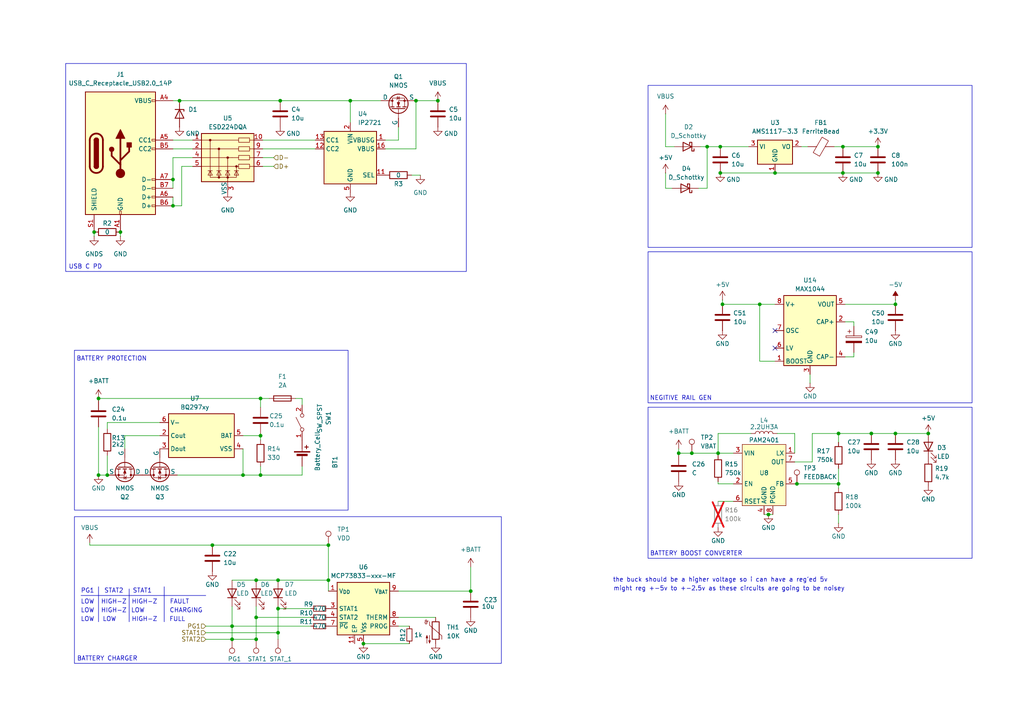
<source format=kicad_sch>
(kicad_sch (version 20231120) (generator "eeschema") (generator_version "8.0")
  (paper "A4")
  (lib_symbols
    (symbol "Battery_Management:BQ297xy"
      (property "Reference" "U1" (at 0 9.525 0))
      (property "Value" "BQ297xy" (at 0 6.985 0))
      (symbol "BQ297xy_1_1"
        (pin no_connect line (at 7.62 0 180) (length 2.54) hide (name "NC") (number "1"))
        (pin output line (at -10.16 -1.27 0) (length 2.54) (name "Cout") (number "2"))
        (pin output line (at -10.16 -5.08 0) (length 2.54) (name "Dout") (number "3"))
        (pin power_in line (at 13.97 -5.08 180) (length 2.54) (name "VSS") (number "4"))
        (pin input line (at 13.97 -1.27 180) (length 2.54) (name "BAT") (number "5"))
        (pin input line (at -10.16 2.54 0) (length 2.54) (name "V-") (number "6"))
      )
    )
    (symbol "Battery_Management:MCP73833-xxx-MF"
      (property "Reference" "U" (at -6.35 8.89 0))
      (property "Value" "MCP73833-xxx-MF" (at 10.16 8.89 0))
      (symbol "MCP73833-xxx-MF_1_1"
        (pin power_in line (at -10.16 5.08 0) (length 2.54) (name "V_{DD}") (number "1"))
        (pin passive line (at 10.16 5.08 180) (length 2.54) hide (name "V_{BAT}") (number "10"))
        (pin power_in line (at -2.54 -10.16 90) (length 2.54) (name "EP") (number "11"))
        (pin passive line (at -10.16 5.08 0) (length 2.54) hide (name "V_{DD}") (number "2"))
        (pin open_collector line (at -10.16 0 0) (length 2.54) (name "STAT1") (number "3"))
        (pin open_collector line (at -10.16 -2.54 0) (length 2.54) (name "STAT2") (number "4"))
        (pin power_in line (at 0 -10.16 90) (length 2.54) (name "V_{SS}") (number "5"))
        (pin input line (at 10.16 -5.08 180) (length 2.54) (name "PROG") (number "6"))
        (pin open_collector line (at -10.16 -5.08 0) (length 2.54) (name "~{PG}") (number "7"))
        (pin passive line (at 10.16 -2.54 180) (length 2.54) (name "THERM") (number "8"))
        (pin power_out line (at 10.16 5.08 180) (length 2.54) (name "V_{BAT}") (number "9"))
      )
    )
    (symbol "Connector:TestPoint" (pin_numbers hide) (pin_names (offset 0.762) hide)
      (property "Reference" "TP" (at 0 6.858 0))
      (property "Value" "TestPoint" (at 0 5.08 0))
      (symbol "TestPoint_1_1"
        (pin passive line (at 0 0 90) (length 2.54) (name "1") (number "1"))
      )
    )
    (symbol "Connector:USB_C_Receptacle_USB2.0_14P" (pin_names (offset 1.016))
      (property "Reference" "J1" (at 0 22.86 0))
      (property "Value" "USB_C_Receptacle_USB2.0_14P" (at 0 20.32 0))
      (symbol "USB_C_Receptacle_USB2.0_14P_1_1"
        (pin passive line (at 0 -22.86 90) (length 5.08) (name "GND") (number "A1"))
        (pin passive line (at 0 -22.86 90) (length 5.08) hide (name "GND") (number "A12"))
        (pin passive line (at 15.24 15.24 180) (length 5.08) (name "VBUS") (number "A4"))
        (pin bidirectional line (at 15.24 3.81 180) (length 5.08) (name "CC1") (number "A5"))
        (pin bidirectional line (at 15.24 -12.7 180) (length 5.08) (name "D+") (number "A6"))
        (pin bidirectional line (at 15.24 -7.62 180) (length 5.08) (name "D-") (number "A7"))
        (pin passive line (at 15.24 15.24 180) (length 5.08) hide (name "VBUS") (number "A9"))
        (pin passive line (at 0 -22.86 90) (length 5.08) hide (name "GND") (number "B1"))
        (pin passive line (at 0 -22.86 90) (length 5.08) hide (name "GND") (number "B12"))
        (pin passive line (at 15.24 15.24 180) (length 5.08) hide (name "VBUS") (number "B4"))
        (pin bidirectional line (at 15.24 1.27 180) (length 5.08) (name "CC2") (number "B5"))
        (pin bidirectional line (at 15.24 -15.24 180) (length 5.08) (name "D+") (number "B6"))
        (pin bidirectional line (at 15.24 -10.16 180) (length 5.08) (name "D-") (number "B7"))
        (pin passive line (at 15.24 15.24 180) (length 5.08) hide (name "VBUS") (number "B9"))
        (pin passive line (at -7.62 -22.86 90) (length 5.08) (name "SHIELD") (number "S1"))
      )
    )
    (symbol "Device:Battery_Cell" (pin_numbers hide) (pin_names (offset 0) hide)
      (property "Reference" "BT" (at 2.54 2.54 0))
      (property "Value" "Battery_Cell" (at 2.54 0 0))
      (symbol "Battery_Cell_1_1"
        (pin passive line (at 0 5.08 270) (length 2.54) (name "+") (number "1"))
        (pin passive line (at 0 -2.54 90) (length 2.54) (name "-") (number "2"))
      )
    )
    (symbol "Device:C" (pin_numbers hide) (pin_names (offset 0.254))
      (property "Reference" "C" (at 0.635 2.54 0))
      (property "Value" "C" (at 0.635 -2.54 0))
      (symbol "C_1_1"
        (pin passive line (at 0 3.81 270) (length 2.794) (name "~") (number "1"))
        (pin passive line (at 0 -3.81 90) (length 2.794) (name "~") (number "2"))
      )
    )
    (symbol "Device:C_Polarized" (pin_numbers hide) (pin_names (offset 0.254))
      (property "Reference" "C" (at 0.635 2.54 0))
      (property "Value" "C_Polarized" (at 0.635 -2.54 0))
      (symbol "C_Polarized_1_1"
        (pin passive line (at 0 3.81 270) (length 2.794) (name "~") (number "1"))
        (pin passive line (at 0 -3.81 90) (length 2.794) (name "~") (number "2"))
      )
    )
    (symbol "Device:D_Schottky" (pin_numbers hide) (pin_names (offset 1.016) hide)
      (property "Reference" "D" (at 0 2.54 0))
      (property "Value" "D_Schottky" (at 0 -2.54 0))
      (symbol "D_Schottky_1_1"
        (pin passive line (at -3.81 0 0) (length 2.54) (name "K") (number "1"))
        (pin passive line (at 3.81 0 180) (length 2.54) (name "A") (number "2"))
      )
    )
    (symbol "Device:FerriteBead" (pin_numbers hide) (pin_names (offset 0))
      (property "Reference" "FB" (at -3.81 0.635 90))
      (property "Value" "FerriteBead" (at 3.81 0 90))
      (symbol "FerriteBead_1_1"
        (pin passive line (at 0 3.81 270) (length 2.54) (name "~") (number "1"))
        (pin passive line (at 0 -3.81 90) (length 2.54) (name "~") (number "2"))
      )
    )
    (symbol "Device:Fuse" (pin_numbers hide) (pin_names (offset 0))
      (property "Reference" "F" (at 2.032 0 90))
      (property "Value" "Fuse" (at -1.905 0 90))
      (symbol "Fuse_1_1"
        (pin passive line (at 0 3.81 270) (length 1.27) (name "~") (number "1"))
        (pin passive line (at 0 -3.81 90) (length 1.27) (name "~") (number "2"))
      )
    )
    (symbol "Device:L" (pin_numbers hide) (pin_names (offset 1.016) hide)
      (property "Reference" "L" (at -1.27 0 90))
      (property "Value" "L" (at 1.905 0 90))
      (symbol "L_1_1"
        (pin passive line (at 0 3.81 270) (length 1.27) (name "1") (number "1"))
        (pin passive line (at 0 -3.81 90) (length 1.27) (name "2") (number "2"))
      )
    )
    (symbol "Device:LED" (pin_numbers hide) (pin_names (offset 1.016) hide)
      (property "Reference" "D" (at 0 2.54 0))
      (property "Value" "LED" (at 0 -2.54 0))
      (symbol "LED_1_1"
        (pin passive line (at -3.81 0 0) (length 2.54) (name "K") (number "1"))
        (pin passive line (at 3.81 0 180) (length 2.54) (name "A") (number "2"))
      )
    )
    (symbol "Device:R" (pin_numbers hide) (pin_names (offset 0))
      (property "Reference" "R" (at 2.032 0 90))
      (property "Value" "R" (at 0 0 90))
      (symbol "R_1_1"
        (pin passive line (at 0 3.81 270) (length 1.27) (name "~") (number "1"))
        (pin passive line (at 0 -3.81 90) (length 1.27) (name "~") (number "2"))
      )
    )
    (symbol "Device:R_Small" (pin_numbers hide) (pin_names (offset 0.254) hide)
      (property "Reference" "R" (at 0.762 0.508 0))
      (property "Value" "R_Small" (at 0.762 -1.016 0))
      (symbol "R_Small_1_1"
        (pin passive line (at 0 2.54 270) (length 0.762) (name "~") (number "1"))
        (pin passive line (at 0 -2.54 90) (length 0.762) (name "~") (number "2"))
      )
    )
    (symbol "Device:Thermistor_NTC" (pin_numbers hide) (pin_names (offset 0))
      (property "Reference" "TH" (at -4.445 0 90))
      (property "Value" "Thermistor_NTC" (at 3.175 0 90))
      (symbol "Thermistor_NTC_1_1"
        (pin passive line (at 0 3.81 270) (length 1.27) (name "~") (number "1"))
        (pin passive line (at 0 -3.81 90) (length 1.27) (name "~") (number "2"))
      )
    )
    (symbol "Diode:PTVS5V0Z1USK" (pin_numbers hide) (pin_names hide)
      (property "Reference" "D" (at 0 2.54 0))
      (property "Value" "PTVS5V0Z1USK" (at 0 -2.54 0))
      (symbol "PTVS5V0Z1USK_1_1"
        (pin passive line (at -3.81 0 0) (length 2.54) (name "K") (number "1"))
        (pin passive line (at 3.81 0 180) (length 2.54) (name "A") (number "2"))
      )
    )
    (symbol "Interface_USB:IP2721"
      (property "Reference" "U" (at 5.08 -10.16 0))
      (property "Value" "IP2721" (at 7.62 -12.7 0))
      (symbol "IP2721_1_1"
        (pin output line (at 10.16 5.08 180) (length 2.54) (name "VBUSG") (number "1"))
        (pin no_connect line (at -2.54 -7.62 90) (length 2.54) hide (name "NC") (number "10"))
        (pin input line (at 10.16 -5.08 180) (length 2.54) (name "SEL") (number "11"))
        (pin bidirectional line (at -10.16 2.54 0) (length 2.54) (name "CC2") (number "12"))
        (pin bidirectional line (at -10.16 5.08 0) (length 2.54) (name "CC1") (number "13"))
        (pin no_connect line (at 2.54 -7.62 90) (length 2.54) hide (name "NC") (number "14"))
        (pin no_connect line (at 5.08 -7.62 90) (length 2.54) hide (name "NC") (number "15"))
        (pin input line (at 10.16 2.54 180) (length 2.54) (name "VBUS") (number "16"))
        (pin power_in line (at 0 10.16 270) (length 2.54) (name "VIN") (number "2"))
        (pin no_connect line (at -5.08 7.62 270) (length 2.54) hide (name "NC") (number "3"))
        (pin no_connect line (at -7.62 -2.54 0) (length 2.54) hide (name "NC") (number "4"))
        (pin power_in line (at 0 -10.16 90) (length 2.54) (name "GND") (number "5"))
        (pin no_connect line (at -2.54 7.62 270) (length 2.54) hide (name "NC") (number "6"))
        (pin no_connect line (at 2.54 7.62 270) (length 2.54) hide (name "NC") (number "7"))
        (pin no_connect line (at 5.08 7.62 270) (length 2.54) hide (name "NC") (number "8"))
        (pin no_connect line (at -5.08 -7.62 90) (length 2.54) hide (name "NC") (number "9"))
      )
    )
    (symbol "Power_Protection:ESD224DQA" (pin_names (offset 0))
      (property "Reference" "U" (at -0.635 8.255 0))
      (property "Value" "ESD224DQA" (at 8.89 -8.255 0))
      (symbol "ESD224DQA_1_1"
        (pin passive line (at -10.16 5.08 0) (length 2.54) (name "~") (number "1"))
        (pin passive line (at 10.16 5.08 180) (length 2.54) (name "~") (number "10"))
        (pin passive line (at -10.16 2.54 0) (length 2.54) (name "~") (number "2"))
        (pin power_in line (at 0 -10.16 90) (length 2.54) (name "VSS") (number "3"))
        (pin passive line (at -10.16 0 0) (length 2.54) (name "~") (number "4"))
        (pin passive line (at -10.16 -2.54 0) (length 2.54) (name "~") (number "5"))
        (pin passive line (at 10.16 -2.54 180) (length 2.54) (name "~") (number "6"))
        (pin passive line (at 10.16 0 180) (length 2.54) (name "~") (number "7"))
        (pin passive line (at 0 -10.16 90) (length 2.54) hide (name "VSS") (number "8"))
        (pin passive line (at 10.16 2.54 180) (length 2.54) (name "~") (number "9"))
      )
    )
    (symbol "Regulator_Linear:AMS1117-3.3"
      (property "Reference" "U" (at -3.81 3.175 0))
      (property "Value" "AMS1117-3.3" (at 0 3.175 0))
      (symbol "AMS1117-3.3_1_1"
        (pin power_in line (at 0 -7.62 90) (length 2.54) (name "GND") (number "1"))
        (pin power_out line (at 7.62 0 180) (length 2.54) (name "VO") (number "2"))
        (pin power_in line (at -7.62 0 0) (length 2.54) (name "VI") (number "3"))
      )
    )
    (symbol "Regulator_SwitchedCapacitor:MAX1044"
      (property "Reference" "U14" (at 0 14.605 0))
      (property "Value" "MAX1044" (at 0 12.065 0))
      (symbol "MAX1044_1_1"
        (pin input line (at -10.16 -8.89 0) (length 2.54) (name "BOOST") (number "1"))
        (pin input line (at 10.16 2.54 180) (length 2.54) (name "CAP+") (number "2"))
        (pin power_in line (at 0 -12.7 90) (length 2.54) (name "GND") (number "3"))
        (pin input line (at 10.16 -7.62 180) (length 2.54) (name "CAP-") (number "4"))
        (pin power_out line (at 10.16 7.62 180) (length 2.54) (name "VOUT") (number "5"))
        (pin input line (at -10.16 -5.08 0) (length 2.54) (name "LV") (number "6"))
        (pin input line (at -10.16 0 0) (length 2.54) (name "OSC") (number "7"))
        (pin power_in line (at -10.16 7.62 0) (length 2.54) (name "V+") (number "8"))
      )
    )
    (symbol "Simulation_SPICE:NMOS" (pin_numbers hide) (pin_names (offset 0))
      (property "Reference" "Q" (at 5.08 1.27 0))
      (property "Value" "NMOS" (at 5.08 -1.27 0))
      (symbol "NMOS_1_1"
        (pin passive line (at 2.54 5.08 270) (length 2.54) (name "D") (number "1"))
        (pin input line (at -5.08 0 0) (length 2.54) (name "G") (number "2"))
        (pin passive line (at 2.54 -5.08 90) (length 2.54) (name "S") (number "3"))
      )
    )
    (symbol "Switch:SW_SPST" (pin_names (offset 0) hide)
      (property "Reference" "SW" (at 0 3.175 0))
      (property "Value" "SW_SPST" (at 0 -2.54 0))
      (symbol "SW_SPST_1_1"
        (pin passive line (at -5.08 0 0) (length 2.54) (name "A") (number "1"))
        (pin passive line (at 5.08 0 180) (length 2.54) (name "B") (number "2"))
      )
    )
    (symbol "parts_not_in_kicad:PAM2401"
      (property "Reference" "U8" (at 0 0.635 0))
      (property "Value" "~" (at 0 10.795 0))
      (symbol "PAM2401_1_1"
        (pin input line (at 8.89 6.35 180) (length 2.54) (name "LX") (number "1"))
        (pin input line (at -8.89 -2.54 0) (length 2.54) (name "EN") (number "2"))
        (pin input line (at -8.89 6.35 0) (length 2.54) (name "VIN") (number "3"))
        (pin input line (at 0 -11.43 90) (length 2.54) (name "AGND") (number "4"))
        (pin input line (at 8.89 -2.54 180) (length 2.54) (name "FB") (number "5"))
        (pin input line (at -8.89 -7.62 0) (length 2.54) (name "RSET") (number "6"))
        (pin input line (at 8.89 3.81 180) (length 2.54) (name "OUT") (number "7"))
        (pin input line (at 2.54 -11.43 90) (length 2.54) (name "PGND") (number "8"))
      )
    )
    (symbol "power:+3.3V" (power) (pin_numbers hide) (pin_names (offset 0) hide)
      (property "Value" "+3.3V" (at 0 3.556 0))
      (symbol "+3.3V_1_1"
        (pin power_in line (at 0 0 90) (length 0) (name "~") (number "1"))
      )
    )
    (symbol "power:+5V" (power) (pin_numbers hide) (pin_names (offset 0) hide)
      (property "Value" "+5V" (at 0 3.556 0))
      (symbol "+5V_1_1"
        (pin power_in line (at 0 0 90) (length 0) (name "~") (number "1"))
      )
    )
    (symbol "power:+BATT" (power) (pin_numbers hide) (pin_names (offset 0) hide)
      (property "Value" "+BATT" (at 0 3.556 0))
      (symbol "+BATT_1_1"
        (pin power_in line (at 0 0 90) (length 0) (name "~") (number "1"))
      )
    )
    (symbol "power:-5V" (power) (pin_numbers hide) (pin_names (offset 0) hide)
      (property "Value" "-5V" (at 0 3.556 0))
      (symbol "-5V_0_0"
        (pin power_in line (at 0 0 90) (length 0) (name "~") (number "1"))
      )
    )
    (symbol "power:GND" (power) (pin_numbers hide) (pin_names (offset 0) hide)
      (property "Value" "GND" (at 0 -3.81 0))
      (symbol "GND_1_1"
        (pin power_in line (at 0 0 270) (length 0) (name "~") (number "1"))
      )
    )
    (symbol "power:GNDS" (power) (pin_numbers hide) (pin_names (offset 0) hide)
      (property "Value" "GNDS" (at 0 -3.81 0))
      (symbol "GNDS_1_1"
        (pin power_in line (at 0 0 270) (length 0) (name "~") (number "1"))
      )
    )
    (symbol "power:VBUS" (power) (pin_numbers hide) (pin_names (offset 0) hide)
      (property "Value" "VBUS" (at 0 3.556 0))
      (symbol "VBUS_1_1"
        (pin power_in line (at 0 0 90) (length 0) (name "~") (number "1"))
      )
    )
  )
  (junction (at 243.205 125.73))
  (junction (at 127 29.21))
  (junction (at 52.07 29.21))
  (junction (at 231.14 140.335))
  (junction (at 67.31 181.61))
  (junction (at 269.24 125.73))
  (junction (at 80.645 183.515))
  (junction (at 243.205 140.335))
  (junction (at 101.6 29.21))
  (junction (at 81.28 29.21))
  (junction (at 75.565 126.365))
  (junction (at 75.565 137.795))
  (junction (at 220.345 88.265))
  (junction (at 254.635 50.165))
  (junction (at 74.295 185.42))
  (junction (at 50.165 59.69))
  (junction (at 34.925 67.31))
  (junction (at 75.565 115.57))
  (junction (at 95.25 168.275))
  (junction (at 28.575 115.57))
  (junction (at 95.25 158.115))
  (junction (at 61.595 158.115))
  (junction (at 27.305 67.31))
  (junction (at 200.66 131.445))
  (junction (at 74.295 179.07))
  (junction (at 208.915 42.545))
  (junction (at 259.715 88.265))
  (junction (at 205.105 42.545))
  (junction (at 74.295 168.275))
  (junction (at 80.645 176.53))
  (junction (at 80.645 168.275))
  (junction (at 209.55 88.265))
  (junction (at 252.73 125.73))
  (junction (at 254.635 42.545))
  (junction (at 224.79 50.165))
  (junction (at 120.65 29.21))
  (junction (at 259.715 125.73))
  (junction (at 67.31 185.42))
  (junction (at 208.28 131.445))
  (junction (at 244.475 50.165))
  (junction (at 28.575 137.795))
  (junction (at 105.41 186.69))
  (junction (at 50.165 52.07))
  (junction (at 31.115 137.795))
  (junction (at 244.475 42.545))
  (junction (at 70.485 137.795))
  (junction (at 222.885 149.225))
  (junction (at 208.915 50.165))
  (junction (at 136.525 171.45))
  (junction (at 196.85 131.445))
  (no_connect (at 224.79 100.965))
  (no_connect (at 224.79 95.885))
  (wire (pts (xy 221.615 149.225) (xy 222.885 149.225)))
  (wire (pts (xy 205.105 42.545) (xy 208.915 42.545)))
  (polyline (pts (xy 23.495 172.72) (xy 59.69 172.72)))
  (wire (pts (xy 247.65 93.345) (xy 247.65 94.615)))
  (wire (pts (xy 75.565 135.255) (xy 75.565 137.795)))
  (wire (pts (xy 61.595 158.115) (xy 95.25 158.115)))
  (wire (pts (xy 196.85 131.445) (xy 200.66 131.445)))
  (wire (pts (xy 80.645 168.275) (xy 95.25 168.275)))
  (wire (pts (xy 74.295 168.275) (xy 80.645 168.275)))
  (wire (pts (xy 208.28 131.445) (xy 208.28 132.08)))
  (wire (pts (xy 28.575 116.205) (xy 28.575 115.57)))
  (wire (pts (xy 259.715 86.995) (xy 259.715 88.265)))
  (wire (pts (xy 70.485 137.795) (xy 51.435 137.795)))
  (wire (pts (xy 111.76 43.18) (xy 120.65 43.18)))
  (wire (pts (xy 67.31 185.42) (xy 67.31 181.61)))
  (wire (pts (xy 224.79 88.265) (xy 220.345 88.265)))
  (wire (pts (xy 115.57 40.64) (xy 111.76 40.64)))
  (wire (pts (xy 196.85 132.08) (xy 196.85 131.445)))
  (wire (pts (xy 115.57 179.07) (xy 126.365 179.07)))
  (wire (pts (xy 245.11 88.265) (xy 259.715 88.265)))
  (polyline (pts (xy 37.465 170.815) (xy 37.465 180.34)))
  (wire (pts (xy 95.25 158.115) (xy 95.25 168.275)))
  (wire (pts (xy 50.165 52.07) (xy 50.165 54.61)))
  (wire (pts (xy 120.65 43.18) (xy 120.65 29.21)))
  (wire (pts (xy 230.505 133.985) (xy 235.585 133.985)))
  (wire (pts (xy 245.11 103.505) (xy 247.65 103.505)))
  (wire (pts (xy 243.205 140.335) (xy 243.205 135.89)))
  (wire (pts (xy 224.79 50.165) (xy 244.475 50.165)))
  (wire (pts (xy 193.04 42.545) (xy 195.58 42.545)))
  (wire (pts (xy 220.345 104.775) (xy 224.79 104.775)))
  (wire (pts (xy 28.575 123.825) (xy 28.575 137.795)))
  (wire (pts (xy 259.715 125.73) (xy 269.24 125.73)))
  (wire (pts (xy 205.105 54.61) (xy 205.105 42.545)))
  (wire (pts (xy 101.6 35.56) (xy 101.6 29.21)))
  (wire (pts (xy 50.165 59.69) (xy 52.705 59.69)))
  (wire (pts (xy 52.705 59.69) (xy 52.705 48.26)))
  (wire (pts (xy 59.69 181.61) (xy 67.31 181.61)))
  (wire (pts (xy 28.575 137.795) (xy 31.115 137.795)))
  (wire (pts (xy 222.885 149.225) (xy 224.155 149.225)))
  (wire (pts (xy 200.66 131.445) (xy 208.28 131.445)))
  (wire (pts (xy 234.95 111.125) (xy 234.95 108.585)))
  (wire (pts (xy 74.295 185.42) (xy 74.295 179.07)))
  (polyline (pts (xy 47.625 170.18) (xy 47.625 180.34)))
  (wire (pts (xy 26.035 158.115) (xy 61.595 158.115)))
  (wire (pts (xy 243.205 141.605) (xy 243.205 140.335)))
  (wire (pts (xy 208.915 50.165) (xy 224.79 50.165)))
  (wire (pts (xy 70.485 126.365) (xy 75.565 126.365)))
  (wire (pts (xy 231.14 140.335) (xy 243.205 140.335)))
  (wire (pts (xy 208.28 125.73) (xy 217.805 125.73)))
  (wire (pts (xy 87.63 135.255) (xy 87.63 137.795)))
  (wire (pts (xy 115.57 171.45) (xy 136.525 171.45)))
  (wire (pts (xy 80.645 176.53) (xy 80.645 183.515)))
  (wire (pts (xy 67.31 181.61) (xy 67.31 175.895)))
  (polyline (pts (xy 28.575 170.18) (xy 28.575 180.34)))
  (wire (pts (xy 79.375 48.26) (xy 76.2 48.26)))
  (wire (pts (xy 87.63 115.57) (xy 87.63 117.475)))
  (wire (pts (xy 76.2 43.18) (xy 91.44 43.18)))
  (wire (pts (xy 243.205 125.73) (xy 252.73 125.73)))
  (wire (pts (xy 194.945 54.61) (xy 193.04 54.61)))
  (wire (pts (xy 34.925 68.58) (xy 34.925 67.31)))
  (wire (pts (xy 80.645 176.53) (xy 90.17 176.53)))
  (wire (pts (xy 52.07 29.21) (xy 81.28 29.21)))
  (wire (pts (xy 67.31 168.275) (xy 74.295 168.275)))
  (wire (pts (xy 235.585 133.985) (xy 235.585 125.73)))
  (wire (pts (xy 245.11 93.345) (xy 247.65 93.345)))
  (wire (pts (xy 101.6 29.21) (xy 81.28 29.21)))
  (wire (pts (xy 50.165 43.18) (xy 55.88 43.18)))
  (wire (pts (xy 50.165 59.69) (xy 50.165 57.15)))
  (wire (pts (xy 85.725 115.57) (xy 87.63 115.57)))
  (wire (pts (xy 52.705 48.26) (xy 55.88 48.26)))
  (wire (pts (xy 59.69 185.42) (xy 67.31 185.42)))
  (wire (pts (xy 31.115 132.08) (xy 31.115 137.795)))
  (wire (pts (xy 31.115 124.46) (xy 31.115 122.555)))
  (wire (pts (xy 79.375 45.72) (xy 76.2 45.72)))
  (wire (pts (xy 193.04 33.02) (xy 193.04 42.545)))
  (wire (pts (xy 87.63 137.795) (xy 75.565 137.795)))
  (wire (pts (xy 78.105 115.57) (xy 75.565 115.57)))
  (wire (pts (xy 220.345 88.265) (xy 209.55 88.265)))
  (wire (pts (xy 220.345 88.265) (xy 220.345 104.775)))
  (wire (pts (xy 70.485 130.175) (xy 70.485 137.795)))
  (wire (pts (xy 196.85 131.445) (xy 196.85 130.175)))
  (wire (pts (xy 193.04 50.165) (xy 193.04 54.61)))
  (wire (pts (xy 50.165 29.21) (xy 52.07 29.21)))
  (wire (pts (xy 230.505 140.335) (xy 231.14 140.335)))
  (wire (pts (xy 243.205 128.27) (xy 243.205 125.73)))
  (wire (pts (xy 232.41 42.545) (xy 234.315 42.545)))
  (wire (pts (xy 95.25 168.275) (xy 95.25 171.45)))
  (wire (pts (xy 230.505 125.73) (xy 230.505 131.445)))
  (wire (pts (xy 212.725 131.445) (xy 208.28 131.445)))
  (wire (pts (xy 28.575 115.57) (xy 75.565 115.57)))
  (wire (pts (xy 75.565 126.365) (xy 75.565 125.73)))
  (wire (pts (xy 26.035 158.115) (xy 26.035 157.48)))
  (wire (pts (xy 31.115 122.555) (xy 46.355 122.555)))
  (wire (pts (xy 76.2 40.64) (xy 91.44 40.64)))
  (wire (pts (xy 59.69 183.515) (xy 80.645 183.515)))
  (wire (pts (xy 208.28 140.335) (xy 208.28 139.7)))
  (wire (pts (xy 36.195 126.365) (xy 36.195 130.175)))
  (wire (pts (xy 244.475 50.165) (xy 254.635 50.165)))
  (wire (pts (xy 46.355 126.365) (xy 36.195 126.365)))
  (wire (pts (xy 121.92 50.8) (xy 119.38 50.8)))
  (wire (pts (xy 27.305 68.58) (xy 27.305 67.31)))
  (wire (pts (xy 208.28 145.415) (xy 212.725 145.415)))
  (wire (pts (xy 244.475 42.545) (xy 254.635 42.545)))
  (wire (pts (xy 75.565 115.57) (xy 75.565 118.11)))
  (wire (pts (xy 252.73 125.73) (xy 259.715 125.73)))
  (wire (pts (xy 80.645 183.515) (xy 80.645 185.42)))
  (wire (pts (xy 120.65 29.21) (xy 127 29.21)))
  (wire (pts (xy 74.295 179.07) (xy 90.17 179.07)))
  (wire (pts (xy 243.205 151.765) (xy 243.205 149.225)))
  (wire (pts (xy 75.565 127.635) (xy 75.565 126.365)))
  (wire (pts (xy 212.725 140.335) (xy 208.28 140.335)))
  (wire (pts (xy 225.425 125.73) (xy 230.505 125.73)))
  (wire (pts (xy 247.65 103.505) (xy 247.65 102.235)))
  (wire (pts (xy 90.17 181.61) (xy 67.31 181.61)))
  (wire (pts (xy 202.565 54.61) (xy 205.105 54.61)))
  (wire (pts (xy 136.525 164.465) (xy 136.525 171.45)))
  (wire (pts (xy 203.2 42.545) (xy 205.105 42.545)))
  (wire (pts (xy 80.645 176.53) (xy 80.645 175.895)))
  (wire (pts (xy 241.935 42.545) (xy 244.475 42.545)))
  (wire (pts (xy 105.41 186.69) (xy 118.745 186.69)))
  (wire (pts (xy 67.31 185.42) (xy 74.295 185.42)))
  (wire (pts (xy 235.585 125.73) (xy 243.205 125.73)))
  (wire (pts (xy 50.165 52.07) (xy 50.165 45.72)))
  (wire (pts (xy 50.165 45.72) (xy 55.88 45.72)))
  (wire (pts (xy 75.565 137.795) (xy 70.485 137.795)))
  (wire (pts (xy 74.295 179.07) (xy 74.295 175.895)))
  (wire (pts (xy 50.165 40.64) (xy 55.88 40.64)))
  (wire (pts (xy 118.745 181.61) (xy 115.57 181.61)))
  (wire (pts (xy 209.55 86.995) (xy 209.55 88.265)))
  (wire (pts (xy 208.915 42.545) (xy 217.17 42.545)))
  (wire (pts (xy 115.57 36.83) (xy 115.57 40.64)))
  (wire (pts (xy 208.28 131.445) (xy 208.28 125.73)))
  (wire (pts (xy 101.6 29.21) (xy 110.49 29.21)))
  (rectangle (start 21.59 101.6) (end 100.965 147.955))
  (rectangle (start 187.96 24.765) (end 281.94 71.755))
  (rectangle (start 21.59 149.86) (end 145.415 192.405))
  (rectangle (start 187.96 73.025) (end 281.94 116.84))
  (rectangle (start 19.05 18.415) (end 135.255 78.74))
  (rectangle (start 187.96 118.11) (end 281.94 161.925))
  (text "FAULT" (at 52.07 174.625 0) (effects (font (size 1.27 1.27))))
  (text "BATTERY PROTECTION" (at 32.385 104.14 0) (effects (font (size 1.27 1.27))))
  (text "FULL" (at 51.435 179.705 0) (effects (font (size 1.27 1.27))))
  (text "LOW" (at 25.4 179.705 0) (effects (font (size 1.27 1.27))))
  (text "STAT1" (at 41.275 171.45 0) (effects (font (size 1.27 1.27))))
  (text "HIGH-Z" (at 41.91 174.625 0) (effects (font (size 1.27 1.27))))
  (text "USB C PD" (at 24.765 77.47 0) (effects (font (size 1.27 1.27))))
  (text "the buck should be a higher voltage so i can have a reg'ed 5v" (at 208.915 168.275 0) (effects (font (size 1.27 1.27))))
  (text "PG1" (at 25.4 171.45 0) (effects (font (size 1.27 1.27))))
  (text "HIGH-Z" (at 41.91 179.705 0) (effects (font (size 1.27 1.27))))
  (text "LOW" (at 25.4 177.165 0) (effects (font (size 1.27 1.27))))
  (text "LOW" (at 40.005 177.165 0) (effects (font (size 1.27 1.27))))
  (text "NEGITIVE RAIL GEN" (at 197.485 115.57 0) (effects (font (size 1.27 1.27))))
  (text "might reg +-5v to +-2.5v as these circuits are going to be noisey" (at 211.455 170.815 0) (effects (font (size 1.27 1.27))))
  (text "HIGH-Z" (at 33.02 174.625 0) (effects (font (size 1.27 1.27))))
  (text "HIGH-Z" (at 33.02 177.165 0) (effects (font (size 1.27 1.27))))
  (text "BATTERY CHARGER" (at 31.115 191.135 0) (effects (font (size 1.27 1.27))))
  (text "STAT2" (at 33.02 171.45 0) (effects (font (size 1.27 1.27))))
  (text "LOW" (at 25.4 174.625 0) (effects (font (size 1.27 1.27))))
  (text "BATTERY BOOST CONVERTER" (at 201.93 160.655 0) (effects (font (size 1.27 1.27))))
  (text "LOW" (at 31.75 179.705 0) (effects (font (size 1.27 1.27))))
  (text "CHARGING" (at 53.975 177.165 0) (effects (font (size 1.27 1.27))))
  (hierarchical_label "STAT1" (shape input) (at 59.69 183.515 180))
  (hierarchical_label "STAT2" (shape input) (at 59.69 185.42 180))
  (hierarchical_label "D+" (shape input) (at 79.375 48.26 0))
  (hierarchical_label "PG1" (shape input) (at 59.69 181.61 180))
  (hierarchical_label "D-" (shape input) (at 79.375 45.72 0))
  (symbol (lib_id "power:GND") (at 121.92 50.8 0) (unit 1)
    (property "Reference" "#PWR014" (effects (hide yes)))
    (property "Value" "GND" (at 121.92 55.88 0))
    (property "Description" "Power symbol creates a global label with name \"GND\" , ground" (effects (hide yes)))
  )
  (symbol (lib_id "power:GND") (at 252.73 133.35 0) (unit 1)
    (property "Reference" "#PWR057" (effects (hide yes)))
    (property "Value" "GND" (at 252.73 137.16 0))
    (property "Description" "Power symbol creates a global label with name \"GND\" , ground" (effects (hide yes)))
  )
  (symbol (lib_id "Device:L") (at 221.615 125.73 90) (unit 1)
    (property "Reference" "L4" (at 221.615 121.92 90))
    (property "Value" "2.2UH3A" (at 221.615 123.825 90))
    (property "Footprint" "Inductor_SMD:L_0805_2012Metric" (effects (hide yes)))
    (property "Description" "Inductor" (effects (hide yes)))
  )
  (symbol (lib_id "Device:C") (at 209.55 92.075 0) (mirror y) (unit 1)
    (property "Reference" "C51" (at 216.535 90.805 0) (effects (justify left)))
    (property "Value" "10u" (at 216.535 93.345 0) (effects (justify left)))
    (property "Footprint" "Capacitor_SMD:C_0402_1005Metric" (effects (hide yes)))
    (property "Description" "Unpolarized capacitor" (effects (hide yes)))
  )
  (symbol (lib_id "Device:C") (at 127 33.02 0) (unit 1)
    (property "Reference" "C5" (at 130.175 31.7499 0) (effects (justify left)))
    (property "Value" "10u" (at 130.175 34.2899 0) (effects (justify left)))
    (property "Footprint" "Capacitor_SMD:C_0402_1005Metric" (effects (hide yes)))
    (property "Description" "Unpolarized capacitor" (effects (hide yes)))
  )
  (symbol (lib_id "Device:R") (at 243.205 132.08 180) (unit 1)
    (property "Reference" "R17" (at 236.855 130.81 0) (effects (justify right)))
    (property "Value" "750k" (at 236.855 133.35 0) (effects (justify right)))
    (property "Footprint" "Diode_SMD:D_0402_1005Metric" (effects (hide yes)))
    (property "Description" "Resistor" (effects (hide yes)))
  )
  (symbol (lib_id "Simulation_SPICE:NMOS") (at 36.195 135.255 270) (unit 1)
    (property "Reference" "Q2" (at 36.195 144.145 90))
    (property "Value" "NMOS" (at 36.195 141.605 90))
    (property "Footprint" "Package_TO_SOT_SMD:SOT-23" (effects (hide yes)))
    (property "Datasheet" "https://ngspice.sourceforge.io/docs/ngspice-html-manual/manual.xhtml#cha_MOSFETs" (effects (hide yes)))
    (property "Description" "N-MOSFET transistor, drain/source/gate" (effects (hide yes)))
    (property "Sim.Device" "NMOS" (effects (hide yes)))
    (property "Sim.Type" "VDMOS" (effects (hide yes)))
    (property "Sim.Pins" "1=D 2=G 3=S" (effects (hide yes)))
  )
  (symbol (lib_id "Device:R") (at 208.28 149.225 180) (unit 1) (dnp yes)
    (property "Reference" "R16" (at 210.185 147.955 0) (effects (justify right)))
    (property "Value" "100k" (at 210.185 150.495 0) (effects (justify right)))
    (property "Footprint" "Diode_SMD:D_0402_1005Metric" (effects (hide yes)))
    (property "Description" "Resistor" (effects (hide yes)))
  )
  (symbol (lib_id "Device:C") (at 244.475 46.355 0) (unit 1)
    (property "Reference" "C7" (at 247.65 45.0849 0) (effects (justify left)))
    (property "Value" "10u" (at 247.65 47.6249 0) (effects (justify left)))
    (property "Footprint" "Capacitor_SMD:C_0402_1005Metric" (effects (hide yes)))
    (property "Description" "Unpolarized capacitor" (effects (hide yes)))
  )
  (symbol (lib_id "power:+5V") (at 209.55 86.995 0) (unit 1)
    (property "Reference" "#PWR095" (effects (hide yes)))
    (property "Value" "+5V" (at 209.55 82.55 0))
    (property "Description" "Power symbol creates a global label with name \"+5V\"" (effects (hide yes)))
  )
  (symbol (lib_id "power:+BATT") (at 28.575 115.57 0) (unit 1)
    (property "Reference" "#PWR051" (effects (hide yes)))
    (property "Value" "+BATT" (at 28.575 110.49 0))
    (property "Description" "Power symbol creates a global label with name \"+BATT\"" (effects (hide yes)))
  )
  (symbol (lib_id "Device:R_Small") (at 118.745 184.15 180) (unit 1)
    (property "Reference" "R12" (at 116.84 182.245 90) (effects (justify left)))
    (property "Value" "1k" (at 122.555 184.15 0) (effects (justify left)))
    (property "Footprint" "Diode_SMD:D_0402_1005Metric" (effects (hide yes)))
    (property "Description" "Resistor, small symbol" (effects (hide yes)))
  )
  (symbol (lib_id "Interface_USB:IP2721") (at 101.6 45.72 0) (unit 1)
    (property "Reference" "U4" (at 103.7941 33.02 0) (effects (justify left)))
    (property "Value" "IP2721" (at 103.7941 35.56 0) (effects (justify left)))
    (property "Footprint" "Package_SO:TSSOP-16_4.4x5mm_P0.65mm" (effects (hide yes)))
    (property "Datasheet" "https://datasheet.lcsc.com/lcsc/2006111335_INJOINIC-IP2721_C603176.pdf" (effects (hide yes)))
    (property "Description" "USB TYPEC  PD Controller Interface, TSSOP-16" (effects (hide yes)))
  )
  (symbol (lib_id "power:GND") (at 105.41 186.69 0) (unit 1)
    (property "Reference" "#PWR047" (effects (hide yes)))
    (property "Value" "GND" (at 105.41 190.5 0))
    (property "Description" "Power symbol creates a global label with name \"GND\" , ground" (effects (hide yes)))
  )
  (symbol (lib_id "power:+5V") (at 193.04 50.165 0) (unit 1)
    (property "Reference" "#PWR061" (effects (hide yes)))
    (property "Value" "+5V" (at 193.04 45.72 0))
    (property "Description" "Power symbol creates a global label with name \"+5V\"" (effects (hide yes)))
  )
  (symbol (lib_id "Connector:TestPoint") (at 80.645 185.42 180) (unit 1)
    (property "Reference" "STAT_1" (at 78.105 191.135 0) (effects (justify right)))
    (property "Value" "TestPoint" (effects (hide yes)))
    (property "Footprint" "TestPoint:TestPoint_Pad_D1.5mm" (effects (hide yes)))
    (property "Description" "test point" (effects (hide yes)))
  )
  (symbol (lib_id "Device:D_Schottky") (at 198.755 54.61 180) (unit 1)
    (property "Reference" "D4" (at 199.0725 48.895 0))
    (property "Value" "D_Schottky" (at 199.0725 51.435 0))
    (property "Footprint" "Diode_SMD:D_0805_2012Metric" (effects (hide yes)))
    (property "Description" "Schottky diode" (effects (hide yes)))
  )
  (symbol (lib_id "Device:Battery_Cell") (at 87.63 132.715 0) (unit 1)
    (property "Reference" "BT1" (at 97.155 134.0485 90))
    (property "Value" "Battery_Cell" (at 92.075 130.8735 90))
    (property "Footprint" "Connector_JST:JST_EH_S2B-EH_1x02_P2.50mm_Horizontal" (effects (hide yes)))
    (property "Description" "Single-cell battery" (effects (hide yes)))
  )
  (symbol (lib_id "Device:R") (at 243.205 145.415 180) (unit 1)
    (property "Reference" "R18" (at 245.11 144.145 0) (effects (justify right)))
    (property "Value" "100k" (at 245.11 146.685 0) (effects (justify right)))
    (property "Footprint" "Diode_SMD:D_0402_1005Metric" (effects (hide yes)))
    (property "Description" "Resistor" (effects (hide yes)))
  )
  (symbol (lib_id "power:GND") (at 222.885 149.225 0) (unit 1)
    (property "Reference" "#PWR055" (effects (hide yes)))
    (property "Value" "GND" (at 222.885 153.035 0))
    (property "Description" "Power symbol creates a global label with name \"GND\" , ground" (effects (hide yes)))
  )
  (symbol (lib_id "Device:C") (at 259.715 92.075 0) (unit 1)
    (property "Reference" "C50" (at 252.73 90.805 0) (effects (justify left)))
    (property "Value" "10u" (at 252.73 93.345 0) (effects (justify left)))
    (property "Footprint" "Capacitor_SMD:C_0402_1005Metric" (effects (hide yes)))
    (property "Description" "Unpolarized capacitor" (effects (hide yes)))
  )
  (symbol (lib_id "Battery_Management:BQ297xy") (at 56.515 125.095 0) (unit 1)
    (property "Reference" "U7" (at 56.515 115.57 0))
    (property "Value" "BQ297xy" (at 56.515 118.11 0))
    (property "Footprint" "Package_SON:WSON-6_1.5x1.5mm_P0.5mm" (effects (hide yes)))
    (property "Datasheet" "http://www.ti.com/lit/ds/symlink/bq2970.pdf" (effects (hide yes)))
    (property "Description" "Voltage and Current Protection for Single-Cell Li-Ion and Li-Polymer Batteries" (effects (hide yes)))
  )
  (symbol (lib_id "Device:R") (at 31.115 67.31 90) (unit 1)
    (property "Reference" "R2" (at 31.115 64.77 90))
    (property "Value" "0" (at 31.115 67.31 90))
    (property "Footprint" "Diode_SMD:D_0402_1005Metric" (effects (hide yes)))
    (property "Description" "Resistor" (effects (hide yes)))
  )
  (symbol (lib_id "Device:R") (at 31.115 128.27 180) (unit 1)
    (property "Reference" "R13" (at 32.385 127 0) (effects (justify right)))
    (property "Value" "2k2" (at 32.385 128.905 0) (effects (justify right)))
    (property "Footprint" "Diode_SMD:D_0402_1005Metric" (effects (hide yes)))
    (property "Description" "Resistor" (effects (hide yes)))
  )
  (symbol (lib_id "Regulator_Linear:AMS1117-3.3") (at 224.79 42.545 0) (unit 1)
    (property "Reference" "U3" (at 224.79 35.56 0))
    (property "Value" "AMS1117-3.3" (at 224.79 38.1 0))
    (property "Footprint" "Package_TO_SOT_SMD:SOT-223-3_TabPin2" (effects (hide yes)))
    (property "Datasheet" "http://www.advanced-monolithic.com/pdf/ds1117.pdf" (effects (hide yes)))
    (property "Description" "1A Low Dropout regulator, positive, 3.3V fixed output, SOT-223" (effects (hide yes)))
  )
  (symbol (lib_id "power:GND") (at 254.635 50.165 0) (unit 1)
    (property "Reference" "#PWR021" (effects (hide yes)))
    (property "Value" "GND" (at 258.445 52.07 0))
    (property "Description" "Power symbol creates a global label with name \"GND\" , ground" (effects (hide yes)))
  )
  (symbol (lib_id "power:GND") (at 136.525 179.07 0) (unit 1)
    (property "Reference" "#PWR050" (effects (hide yes)))
    (property "Value" "GND" (at 136.525 182.88 0))
    (property "Description" "Power symbol creates a global label with name \"GND\" , ground" (effects (hide yes)))
  )
  (symbol (lib_id "power:GND") (at 66.04 55.88 0) (unit 1)
    (property "Reference" "#PWR018" (effects (hide yes)))
    (property "Value" "GND" (at 66.04 60.96 0))
    (property "Description" "Power symbol creates a global label with name \"GND\" , ground" (effects (hide yes)))
  )
  (symbol (lib_id "Device:C") (at 28.575 120.015 0) (unit 1)
    (property "Reference" "C24" (at 32.385 118.745 0) (effects (justify left)))
    (property "Value" "0.1u" (at 32.385 121.285 0) (effects (justify left)))
    (property "Footprint" "Capacitor_SMD:C_0402_1005Metric" (effects (hide yes)))
    (property "Description" "Unpolarized capacitor" (effects (hide yes)))
  )
  (symbol (lib_id "power:GND") (at 259.715 133.35 0) (unit 1)
    (property "Reference" "#PWR058" (effects (hide yes)))
    (property "Value" "GND" (at 259.715 137.16 0))
    (property "Description" "Power symbol creates a global label with name \"GND\" , ground" (effects (hide yes)))
  )
  (symbol (lib_id "power:GND") (at 269.24 140.97 0) (unit 1)
    (property "Reference" "#PWR060" (effects (hide yes)))
    (property "Value" "GND" (at 269.24 144.78 0))
    (property "Description" "Power symbol creates a global label with name \"GND\" , ground" (effects (hide yes)))
  )
  (symbol (lib_id "Device:C") (at 81.28 33.02 0) (unit 1)
    (property "Reference" "C4" (at 84.455 31.7499 0) (effects (justify left)))
    (property "Value" "10u" (at 84.455 34.2899 0) (effects (justify left)))
    (property "Footprint" "Capacitor_SMD:C_0402_1005Metric" (effects (hide yes)))
    (property "Description" "Unpolarized capacitor" (effects (hide yes)))
  )
  (symbol (lib_id "Device:C") (at 208.915 46.355 0) (unit 1)
    (property "Reference" "C6" (at 212.09 45.0849 0) (effects (justify left)))
    (property "Value" "10u" (at 212.09 47.6249 0) (effects (justify left)))
    (property "Footprint" "Capacitor_SMD:C_0402_1005Metric" (effects (hide yes)))
    (property "Description" "Unpolarized capacitor" (effects (hide yes)))
  )
  (symbol (lib_id "power:GND") (at 127 36.83 0) (unit 1)
    (property "Reference" "#PWR013" (effects (hide yes)))
    (property "Value" "GND" (at 130.81 38.735 0))
    (property "Description" "Power symbol creates a global label with name \"GND\" , ground" (effects (hide yes)))
  )
  (symbol (lib_id "power:GND") (at 209.55 95.885 0) (mirror y) (unit 1)
    (property "Reference" "#PWR096" (effects (hide yes)))
    (property "Value" "GND" (at 209.55 99.695 0))
    (property "Description" "Power symbol creates a global label with name \"GND\" , ground" (effects (hide yes)))
  )
  (symbol (lib_id "Device:C") (at 75.565 121.92 0) (unit 1)
    (property "Reference" "C25" (at 78.105 120.65 0) (effects (justify left)))
    (property "Value" "0.1u" (at 78.105 123.19 0) (effects (justify left)))
    (property "Footprint" "Capacitor_SMD:C_0402_1005Metric" (effects (hide yes)))
    (property "Description" "Unpolarized capacitor" (effects (hide yes)))
  )
  (symbol (lib_id "Connector:TestPoint") (at 231.14 140.335 0) (unit 1)
    (property "Reference" "TP3" (at 233.045 135.7629 0) (effects (justify left)))
    (property "Value" "FEEDBACK" (at 233.045 138.3029 0) (effects (justify left)))
    (property "Footprint" "TestPoint:TestPoint_Pad_D1.5mm" (effects (hide yes)))
    (property "Description" "test point" (effects (hide yes)))
  )
  (symbol (lib_id "Connector:TestPoint") (at 95.25 158.115 0) (unit 1)
    (property "Reference" "TP1" (at 97.79 153.5429 0) (effects (justify left)))
    (property "Value" "VDD" (at 97.79 156.0829 0) (effects (justify left)))
    (property "Footprint" "TestPoint:TestPoint_Pad_D1.5mm" (effects (hide yes)))
    (property "Description" "test point" (effects (hide yes)))
  )
  (symbol (lib_id "Device:C") (at 259.715 129.54 0) (unit 1)
    (property "Reference" "C28" (at 262.89 128.2699 0) (effects (justify left)))
    (property "Value" "10u" (at 262.89 130.8099 0) (effects (justify left)))
    (property "Footprint" "Capacitor_SMD:C_0402_1005Metric" (effects (hide yes)))
    (property "Description" "Unpolarized capacitor" (effects (hide yes)))
  )
  (symbol (lib_id "Device:R") (at 208.28 135.89 180) (unit 1)
    (property "Reference" "R15" (at 210.185 134.62 0) (effects (justify right)))
    (property "Value" "750k" (at 210.185 137.16 0) (effects (justify right)))
    (property "Footprint" "Diode_SMD:D_0402_1005Metric" (effects (hide yes)))
    (property "Description" "Resistor" (effects (hide yes)))
  )
  (symbol (lib_id "Device:C") (at 61.595 161.925 0) (unit 1)
    (property "Reference" "C22" (at 64.77 160.6549 0) (effects (justify left)))
    (property "Value" "10u" (at 64.77 163.1949 0) (effects (justify left)))
    (property "Footprint" "Capacitor_SMD:C_0402_1005Metric" (effects (hide yes)))
    (property "Description" "Unpolarized capacitor" (effects (hide yes)))
  )
  (symbol (lib_id "power:GND") (at 208.28 153.035 0) (unit 1)
    (property "Reference" "#PWR054" (effects (hide yes)))
    (property "Value" "GND" (at 208.28 156.845 0))
    (property "Description" "Power symbol creates a global label with name \"GND\" , ground" (effects (hide yes)))
  )
  (symbol (lib_id "power:GND") (at 126.365 186.69 0) (unit 1)
    (property "Reference" "#PWR048" (effects (hide yes)))
    (property "Value" "GND" (at 126.365 190.5 0))
    (property "Description" "Power symbol creates a global label with name \"GND\" , ground" (effects (hide yes)))
  )
  (symbol (lib_id "Device:C_Polarized") (at 247.65 98.425 0) (unit 1)
    (property "Reference" "C49" (at 250.825 96.2659 0) (effects (justify left)))
    (property "Value" "10u" (at 250.825 98.8059 0) (effects (justify left)))
    (property "Description" "Polarized capacitor" (effects (hide yes)))
  )
  (symbol (lib_id "power:GND") (at 28.575 137.795 0) (unit 1)
    (property "Reference" "#PWR052" (effects (hide yes)))
    (property "Value" "GND" (at 28.575 141.605 0))
    (property "Description" "Power symbol creates a global label with name \"GND\" , ground" (effects (hide yes)))
  )
  (symbol (lib_id "Device:LED") (at 80.645 172.085 90) (unit 1)
    (property "Reference" "D7" (at 82.55 169.545 90) (effects (justify right)))
    (property "Value" "LED" (at 82.55 172.085 90) (effects (justify right)))
    (property "Footprint" "LED_SMD:LED_0805_2012Metric" (effects (hide yes)))
    (property "Description" "Light emitting diode" (effects (hide yes)))
  )
  (symbol (lib_id "power:GND") (at 259.715 95.885 0) (unit 1)
    (property "Reference" "#PWR093" (effects (hide yes)))
    (property "Value" "GND" (at 259.715 99.695 0))
    (property "Description" "Power symbol creates a global label with name \"GND\" , ground" (effects (hide yes)))
  )
  (symbol (lib_id "power:VBUS") (at 193.04 33.02 0) (unit 1)
    (property "Reference" "#PWR016" (effects (hide yes)))
    (property "Value" "VBUS" (at 193.04 27.94 0))
    (property "Description" "Power symbol creates a global label with name \"VBUS\"" (effects (hide yes)))
  )
  (symbol (lib_id "Connector:USB_C_Receptacle_USB2.0_14P") (at 34.925 44.45 0) (unit 1)
    (property "Reference" "J1" (at 34.925 21.59 0))
    (property "Value" "USB_C_Receptacle_USB2.0_14P" (at 34.925 24.13 0))
    (property "Footprint" "Connector_USB:USB_C_Receptacle_HRO_TYPE-C-31-M-12" (effects (hide yes)))
    (property "Datasheet" "https://www.usb.org/sites/default/files/documents/usb_type-c.zip" (effects (hide yes)))
    (property "Description" "USB 2.0-only 14P Type-C Receptacle connector" (effects (hide yes)))
  )
  (symbol (lib_id "power:GNDS") (at 27.305 68.58 0) (unit 1)
    (property "Reference" "#PWR010" (effects (hide yes)))
    (property "Value" "GNDS" (at 27.305 73.66 0))
    (property "Description" "Power symbol creates a global label with name \"GNDS\" , signal ground" (effects (hide yes)))
  )
  (symbol (lib_id "power:VBUS") (at 127 29.21 0) (unit 1)
    (property "Reference" "#PWR015" (effects (hide yes)))
    (property "Value" "VBUS" (at 127 24.13 0))
    (property "Description" "Power symbol creates a global label with name \"VBUS\"" (effects (hide yes)))
  )
  (symbol (lib_id "parts_not_in_kicad:PAM2401") (at 221.615 137.795 0) (unit 1)
    (property "Reference" "U8" (at 221.615 137.16 0))
    (property "Value" "PAM2401" (at 221.615 127.635 0))
    (property "Footprint" "Package_SO:MSOP-8-1EP_3x3mm_P0.65mm_EP2.5x3mm_Mask1.73x2.36mm" (effects (hide yes)))
  )
  (symbol (lib_id "Device:D_Schottky") (at 199.39 42.545 180) (unit 1)
    (property "Reference" "D2" (at 199.7075 36.83 0))
    (property "Value" "D_Schottky" (at 199.7075 39.37 0))
    (property "Footprint" "Diode_SMD:D_0805_2012Metric" (effects (hide yes)))
    (property "Description" "Schottky diode" (effects (hide yes)))
  )
  (symbol (lib_id "power:+BATT") (at 136.525 164.465 0) (unit 1)
    (property "Reference" "#PWR049" (effects (hide yes)))
    (property "Value" "+BATT" (at 136.525 159.385 0))
    (property "Description" "Power symbol creates a global label with name \"+BATT\"" (effects (hide yes)))
  )
  (symbol (lib_id "Diode:PTVS5V0Z1USK") (at 52.07 33.02 270) (unit 1)
    (property "Reference" "D1" (at 54.61 31.7499 90) (effects (justify left)))
    (property "Value" "PTVS5V0Z1USK" (effects (hide yes)))
    (property "Footprint" "Diode_SMD:Nexperia_DSN1608-2_1.6x0.8mm" (effects (hide yes)))
    (property "Datasheet" "https://assets.nexperia.com/documents/data-sheet/PTVS5V0Z1USK.pdf" (effects (hide yes)))
    (property "Description" "5V, 1200W TVS unidirectional diode, DSN1608-2" (effects (hide yes)))
  )
  (symbol (lib_id "Battery_Management:MCP73833-xxx-MF") (at 105.41 176.53 0) (unit 1)
    (property "Reference" "U6" (at 105.41 164.465 0))
    (property "Value" "MCP73833-xxx-MF" (at 105.41 167.005 0))
    (property "Footprint" "Package_DFN_QFN:DFN-10-1EP_3x3mm_P0.5mm_EP1.58x2.35mm" (effects (hide yes)))
    (property "Datasheet" "https://ww1.microchip.com/downloads/aemDocuments/documents/OTH/ProductDocuments/DataSheets/22005b.pdf" (effects (hide yes)))
    (property "Description" "Stand-Alone Linear Li-Ion / Li-Polymer Charge Management Controller, DFN-10" (effects (hide yes)))
  )
  (symbol (lib_id "power:-5V") (at 259.715 86.995 0) (unit 1)
    (property "Reference" "#PWR094" (effects (hide yes)))
    (property "Value" "-5V" (at 259.715 82.55 0))
    (property "Description" "Power symbol creates a global label with name \"-5V\"" (effects (hide yes)))
  )
  (symbol (lib_id "Device:C") (at 136.525 175.26 0) (unit 1)
    (property "Reference" "C23" (at 140.335 173.99 0) (effects (justify left)))
    (property "Value" "10u" (at 139.7 175.895 0) (effects (justify left)))
    (property "Footprint" "Capacitor_SMD:C_0402_1005Metric" (effects (hide yes)))
    (property "Description" "Unpolarized capacitor" (effects (hide yes)))
  )
  (symbol (lib_id "power:GND") (at 196.85 139.7 0) (unit 1)
    (property "Reference" "#PWR053" (effects (hide yes)))
    (property "Value" "GND" (at 196.85 143.51 0))
    (property "Description" "Power symbol creates a global label with name \"GND\" , ground" (effects (hide yes)))
  )
  (symbol (lib_id "power:GND") (at 61.595 165.735 0) (unit 1)
    (property "Reference" "#PWR046" (effects (hide yes)))
    (property "Value" "GND" (at 61.595 169.545 0))
    (property "Description" "Power symbol creates a global label with name \"GND\" , ground" (effects (hide yes)))
  )
  (symbol (lib_id "Device:R_Small") (at 92.71 179.07 90) (unit 1)
    (property "Reference" "R10" (at 90.805 177.8 90) (effects (justify left)))
    (property "Value" "470" (at 94.615 179.07 90) (effects (justify left)))
    (property "Footprint" "Diode_SMD:D_0402_1005Metric" (effects (hide yes)))
    (property "Description" "Resistor, small symbol" (effects (hide yes)))
  )
  (symbol (lib_id "power:+3.3V") (at 254.635 42.545 0) (unit 1)
    (property "Reference" "#PWR022" (effects (hide yes)))
    (property "Value" "+3.3V" (at 254.635 38.1 0))
    (property "Description" "Power symbol creates a global label with name \"+3.3V\"" (effects (hide yes)))
  )
  (symbol (lib_id "Device:LED") (at 67.31 172.085 90) (unit 1)
    (property "Reference" "D5" (at 68.58 169.545 90) (effects (justify right)))
    (property "Value" "LED" (at 68.58 172.085 90) (effects (justify right)))
    (property "Footprint" "LED_SMD:LED_0805_2012Metric" (effects (hide yes)))
    (property "Description" "Light emitting diode" (effects (hide yes)))
  )
  (symbol (lib_id "Regulator_SwitchedCapacitor:MAX1044") (at 234.95 95.885 0) (unit 1)
    (property "Reference" "U14" (at 234.95 81.28 0))
    (property "Value" "MAX1044" (at 234.95 83.82 0))
    (property "Datasheet" "http://datasheets.maximintegrated.com/en/ds/ICL7660-MAX1044.pdf" (effects (hide yes)))
    (property "Description" "Switched-Capacitor Voltage Converter, 1.5V to 10.0V operating supply voltage, 10mA with a 0.5V output drop, SO-8/DIP-8/µMAX-8/TO-99" (effects (hide yes)))
  )
  (symbol (lib_id "power:GND") (at 208.915 50.165 0) (unit 1)
    (property "Reference" "#PWR017" (effects (hide yes)))
    (property "Value" "GND" (at 212.725 52.07 0))
    (property "Description" "Power symbol creates a global label with name \"GND\" , ground" (effects (hide yes)))
  )
  (symbol (lib_id "power:+5V") (at 269.24 125.73 0) (unit 1)
    (property "Reference" "#PWR059" (effects (hide yes)))
    (property "Value" "+5V" (at 269.24 121.285 0))
    (property "Description" "Power symbol creates a global label with name \"+5V\"" (effects (hide yes)))
  )
  (symbol (lib_id "power:VBUS") (at 26.035 157.48 0) (unit 1)
    (property "Reference" "#PWR044" (effects (hide yes)))
    (property "Value" "VBUS" (at 26.035 153.035 0))
    (property "Description" "Power symbol creates a global label with name \"VBUS\"" (effects (hide yes)))
  )
  (symbol (lib_id "power:GND") (at 101.6 55.88 0) (unit 1)
    (property "Reference" "#PWR011" (effects (hide yes)))
    (property "Value" "GND" (at 101.6 60.96 0))
    (property "Description" "Power symbol creates a global label with name \"GND\" , ground" (effects (hide yes)))
  )
  (symbol (lib_id "Device:R") (at 115.57 50.8 270) (unit 1)
    (property "Reference" "R3" (at 115.57 53.34 90))
    (property "Value" "0" (at 115.57 50.8 90))
    (property "Footprint" "Diode_SMD:D_0402_1005Metric" (effects (hide yes)))
    (property "Description" "Resistor" (effects (hide yes)))
  )
  (symbol (lib_id "power:GND") (at 244.475 50.165 0) (unit 1)
    (property "Reference" "#PWR020" (effects (hide yes)))
    (property "Value" "GND" (at 248.285 52.07 0))
    (property "Description" "Power symbol creates a global label with name \"GND\" , ground" (effects (hide yes)))
  )
  (symbol (lib_id "Device:R") (at 75.565 131.445 180) (unit 1)
    (property "Reference" "R14" (at 77.47 130.175 0) (effects (justify right)))
    (property "Value" "330" (at 77.47 132.715 0) (effects (justify right)))
    (property "Footprint" "Diode_SMD:D_0402_1005Metric" (effects (hide yes)))
    (property "Description" "Resistor" (effects (hide yes)))
  )
  (symbol (lib_id "Simulation_SPICE:NMOS") (at 115.57 31.75 90) (unit 1)
    (property "Reference" "Q1" (at 115.57 22.225 90))
    (property "Value" "NMOS" (at 115.57 24.765 90))
    (property "Footprint" "Package_TO_SOT_SMD:SOT-23" (effects (hide yes)))
    (property "Datasheet" "https://ngspice.sourceforge.io/docs/ngspice-html-manual/manual.xhtml#cha_MOSFETs" (effects (hide yes)))
    (property "Description" "N-MOSFET transistor, drain/source/gate" (effects (hide yes)))
    (property "Sim.Device" "NMOS" (effects (hide yes)))
    (property "Sim.Type" "VDMOS" (effects (hide yes)))
    (property "Sim.Pins" "1=D 2=G 3=S" (effects (hide yes)))
  )
  (symbol (lib_id "Device:FerriteBead") (at 238.125 42.545 90) (unit 1)
    (property "Reference" "FB1" (at 238.0742 35.56 90))
    (property "Value" "FerriteBead" (at 238.0742 38.1 90))
    (property "Footprint" "Inductor_SMD:L_0603_1608Metric" (effects (hide yes)))
    (property "Description" "Ferrite bead" (effects (hide yes)))
  )
  (symbol (lib_id "Device:R") (at 269.24 137.16 180) (unit 1)
    (property "Reference" "R19" (at 271.145 135.89 0) (effects (justify right)))
    (property "Value" "4.7k" (at 271.145 138.43 0) (effects (justify right)))
    (property "Footprint" "Diode_SMD:D_0402_1005Metric" (effects (hide yes)))
    (property "Description" "Resistor" (effects (hide yes)))
  )
  (symbol (lib_id "Device:R_Small") (at 92.71 181.61 90) (unit 1)
    (property "Reference" "R11" (at 90.805 180.34 90) (effects (justify left)))
    (property "Value" "470" (at 94.615 181.61 90) (effects (justify left)))
    (property "Footprint" "Diode_SMD:D_0402_1005Metric" (effects (hide yes)))
    (property "Description" "Resistor, small symbol" (effects (hide yes)))
  )
  (symbol (lib_id "Switch:SW_SPST") (at 87.63 122.555 90) (unit 1)
    (property "Reference" "SW1" (at 95.25 121.285 0))
    (property "Value" "SW_SPST" (at 92.71 121.285 0))
    (property "Footprint" "Button_Switch_THT:SW_E-Switch_EG1271_SPDT" (effects (hide yes)))
    (property "Description" "Single Pole Single Throw (SPST) switch" (effects (hide yes)))
  )
  (symbol (lib_id "Device:LED") (at 269.24 129.54 90) (unit 1)
    (property "Reference" "D3" (at 271.78 129.8574 90) (effects (justify right)))
    (property "Value" "LED" (at 271.78 132.3974 90) (effects (justify right)))
    (property "Footprint" "LED_SMD:LED_0805_2012Metric" (effects (hide yes)))
    (property "Description" "Light emitting diode" (effects (hide yes)))
  )
  (symbol (lib_id "power:GND") (at 234.95 111.125 0) (unit 1)
    (property "Reference" "#PWR092" (effects (hide yes)))
    (property "Value" "GND" (at 234.95 114.935 0))
    (property "Description" "Power symbol creates a global label with name \"GND\" , ground" (effects (hide yes)))
  )
  (symbol (lib_id "Device:R_Small") (at 92.71 176.53 90) (unit 1)
    (property "Reference" "R9" (at 90.805 175.26 90) (effects (justify left)))
    (property "Value" "470" (at 94.615 176.53 90) (effects (justify left)))
    (property "Footprint" "Diode_SMD:D_0402_1005Metric" (effects (hide yes)))
    (property "Description" "Resistor, small symbol" (effects (hide yes)))
  )
  (symbol (lib_id "Connector:TestPoint") (at 200.66 131.445 0) (unit 1)
    (property "Reference" "TP2" (at 203.2 126.8729 0) (effects (justify left)))
    (property "Value" "VBAT" (at 203.2 129.4129 0) (effects (justify left)))
    (property "Footprint" "TestPoint:TestPoint_Pad_D1.5mm" (effects (hide yes)))
    (property "Description" "test point" (effects (hide yes)))
  )
  (symbol (lib_id "power:GND") (at 52.07 36.83 0) (unit 1)
    (property "Reference" "#PWR019" (effects (hide yes)))
    (property "Value" "GND" (at 55.88 38.735 0))
    (property "Description" "Power symbol creates a global label with name \"GND\" , ground" (effects (hide yes)))
  )
  (symbol (lib_id "Device:C") (at 252.73 129.54 0) (unit 1)
    (property "Reference" "C27" (at 245.745 128.27 0) (effects (justify left)))
    (property "Value" "10u" (at 245.745 130.81 0) (effects (justify left)))
    (property "Footprint" "Capacitor_SMD:C_0402_1005Metric" (effects (hide yes)))
    (property "Description" "Unpolarized capacitor" (effects (hide yes)))
  )
  (symbol (lib_id "Device:LED") (at 74.295 172.085 90) (unit 1)
    (property "Reference" "D6" (at 75.565 169.545 90) (effects (justify right)))
    (property "Value" "LED" (at 75.565 172.085 90) (effects (justify right)))
    (property "Footprint" "LED_SMD:LED_0805_2012Metric" (effects (hide yes)))
    (property "Description" "Light emitting diode" (effects (hide yes)))
  )
  (symbol (lib_id "Device:C") (at 254.635 46.355 0) (unit 1)
    (property "Reference" "C8" (at 258.445 45.0849 0) (effects (justify left)))
    (property "Value" "100n" (at 258.445 47.6249 0) (effects (justify left)))
    (property "Footprint" "Capacitor_SMD:C_0402_1005Metric" (effects (hide yes)))
    (property "Description" "Unpolarized capacitor" (effects (hide yes)))
  )
  (symbol (lib_id "Connector:TestPoint") (at 67.31 185.42 180) (unit 1)
    (property "Reference" "PG1" (at 66.04 191.135 0) (effects (justify right)))
    (property "Value" "TestPoint" (effects (hide yes)))
    (property "Footprint" "TestPoint:TestPoint_Pad_D1.5mm" (effects (hide yes)))
    (property "Description" "test point" (effects (hide yes)))
  )
  (symbol (lib_id "Device:Fuse") (at 81.915 115.57 90) (unit 1)
    (property "Reference" "F1" (at 81.915 109.22 90))
    (property "Value" "2A" (at 81.915 111.76 90))
    (property "Footprint" "Fuse:Fuse_0805_2012Metric" (effects (hide yes)))
    (property "Description" "Fuse" (effects (hide yes)))
  )
  (symbol (lib_id "Simulation_SPICE:NMOS") (at 46.355 135.255 90) (mirror x) (unit 1)
    (property "Reference" "Q3" (at 46.355 144.145 90))
    (property "Value" "NMOS" (at 46.355 141.605 90))
    (property "Footprint" "Package_TO_SOT_SMD:SOT-23" (effects (hide yes)))
    (property "Datasheet" "https://ngspice.sourceforge.io/docs/ngspice-html-manual/manual.xhtml#cha_MOSFETs" (effects (hide yes)))
    (property "Description" "N-MOSFET transistor, drain/source/gate" (effects (hide yes)))
    (property "Sim.Device" "NMOS" (effects (hide yes)))
    (property "Sim.Type" "VDMOS" (effects (hide yes)))
    (property "Sim.Pins" "1=D 2=G 3=S" (effects (hide yes)))
  )
  (symbol (lib_id "Power_Protection:ESD224DQA") (at 66.04 45.72 0) (unit 1)
    (property "Reference" "U5" (at 66.04 34.29 0))
    (property "Value" "ESD224DQA" (at 66.04 36.83 0))
    (property "Footprint" "Package_DFN_QFN:Diodes_UDFN-10_1.0x2.5mm_P0.5mm" (effects (hide yes)))
    (property "Datasheet" "https://www.ti.com/lit/ds/symlink/esd224.pdf" (effects (hide yes)))
    (property "Description" "4-Channel Low Capacitance TVS Diode Array, USON-10" (effects (hide yes)))
  )
  (symbol (lib_id "Connector:TestPoint") (at 74.295 185.42 180) (unit 1)
    (property "Reference" "STAT1" (at 71.755 191.135 0) (effects (justify right)))
    (property "Value" "TestPoint" (effects (hide yes)))
    (property "Footprint" "TestPoint:TestPoint_Pad_D1.5mm" (effects (hide yes)))
    (property "Description" "test point" (effects (hide yes)))
  )
  (symbol (lib_id "Device:C") (at 196.85 135.89 0) (unit 1)
    (property "Reference" "C26" (at 200.66 134.6199 0) (effects (justify left)))
    (property "Value" "C" (at 200.66 137.1599 0) (effects (justify left)))
    (property "Footprint" "Capacitor_SMD:C_0402_1005Metric" (effects (hide yes)))
    (property "Description" "Unpolarized capacitor" (effects (hide yes)))
  )
  (symbol (lib_id "power:+BATT") (at 196.85 130.175 0) (unit 1)
    (property "Reference" "#PWR045" (effects (hide yes)))
    (property "Value" "+BATT" (at 196.85 125.095 0))
    (property "Description" "Power symbol creates a global label with name \"+BATT\"" (effects (hide yes)))
  )
  (symbol (lib_id "power:GND") (at 34.925 68.58 0) (unit 1)
    (property "Reference" "#PWR09" (effects (hide yes)))
    (property "Value" "GND" (at 34.925 73.66 0))
    (property "Description" "Power symbol creates a global label with name \"GND\" , ground" (effects (hide yes)))
  )
  (symbol (lib_id "Device:Thermistor_NTC") (at 126.365 182.88 0) (unit 1)
    (property "Reference" "TH1" (at 129.54 181.9274 0) (effects (justify left)))
    (property "Value" "10K" (at 129.54 184.4674 0) (effects (justify left)))
    (property "Footprint" "TestPoint:TestPoint_Pad_D1.5mm" (effects (hide yes)))
    (property "Description" "Temperature dependent resistor, negative temperature coefficient" (effects (hide yes)))
  )
  (symbol (lib_id "power:GND") (at 81.28 36.83 0) (unit 1)
    (property "Reference" "#PWR012" (effects (hide yes)))
    (property "Value" "GND" (at 85.09 38.735 0))
    (property "Description" "Power symbol creates a global label with name \"GND\" , ground" (effects (hide yes)))
  )
  (symbol (lib_id "power:GND") (at 243.205 151.765 0) (unit 1)
    (property "Reference" "#PWR056" (effects (hide yes)))
    (property "Value" "GND" (at 243.205 155.575 0))
    (property "Description" "Power symbol creates a global label with name \"GND\" , ground" (effects (hide yes)))
  )
)
</source>
